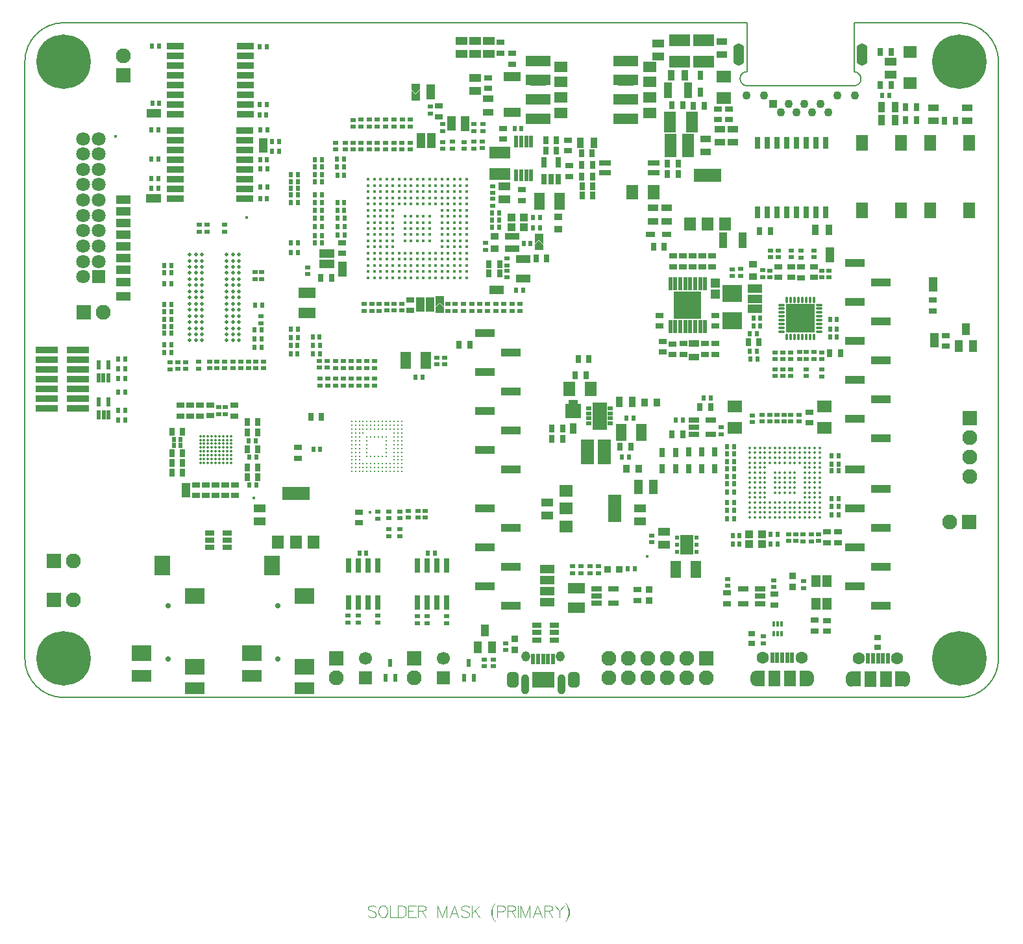
<source format=gts>
G04 Layer_Color=8388736*
%FSLAX43Y43*%
%MOMM*%
G71*
G01*
G75*
%ADD61C,0.400*%
%ADD80R,1.900X3.600*%
%ADD88C,0.127*%
%ADD98C,0.102*%
%ADD116C,1.700*%
%ADD117R,1.700X1.700*%
%ADD120C,1.600*%
%ADD121C,0.500*%
%ADD155R,3.251X1.372*%
%ADD156R,1.270X1.270*%
%ADD157R,0.660X0.610*%
%ADD158R,0.800X0.610*%
%ADD159R,0.610X0.660*%
%ADD160R,0.610X0.800*%
%ADD161R,0.740X0.990*%
%ADD162R,0.990X0.740*%
%ADD163R,0.350X0.700*%
%ADD164R,0.900X0.650*%
%ADD165R,0.500X1.450*%
%ADD166R,1.600X2.000*%
%ADD167R,0.640X1.160*%
%ADD168R,1.400X0.700*%
%ADD169R,2.130X1.370*%
%ADD170R,2.600X2.250*%
%ADD171R,1.500X2.700*%
%ADD172R,2.700X1.500*%
%ADD173R,0.740X1.100*%
%ADD174R,0.700X1.400*%
%ADD175R,1.100X0.740*%
%ADD176R,0.950X1.400*%
%ADD177R,1.400X2.200*%
%ADD178R,1.900X0.900*%
%ADD179R,1.050X0.900*%
%ADD180R,1.100X1.100*%
%ADD181R,1.500X1.000*%
%ADD182R,2.170X1.300*%
%ADD183R,1.880X1.500*%
%ADD184R,1.400X0.950*%
%ADD185R,1.620X3.150*%
%ADD186R,1.740X1.500*%
%ADD187O,0.850X0.400*%
%ADD188O,0.400X0.850*%
%ADD189R,3.800X3.800*%
%ADD190R,3.600X3.600*%
%ADD191R,0.500X1.750*%
%ADD192R,1.160X0.640*%
%ADD193R,1.100X2.000*%
%ADD194R,1.600X1.750*%
%ADD195R,3.600X1.750*%
%ADD196R,1.500X1.880*%
%ADD197R,1.900X1.100*%
%ADD198C,0.330*%
%ADD199R,1.730X1.320*%
%ADD200R,1.620X0.710*%
%ADD201R,0.900X0.900*%
%ADD202R,0.900X0.900*%
%ADD203R,0.550X1.550*%
%ADD204R,2.200X0.900*%
%ADD205R,0.800X1.850*%
%ADD206R,2.200X1.400*%
%ADD207R,1.300X0.700*%
%ADD208C,0.350*%
%ADD209R,2.600X1.600*%
%ADD210R,2.100X2.600*%
%ADD211R,2.600X2.100*%
%ADD212R,2.890X0.840*%
%ADD213R,0.500X1.450*%
%ADD214R,3.000X2.000*%
%ADD215R,0.500X1.300*%
%ADD216R,2.513X1.116*%
%ADD217R,1.750X1.600*%
%ADD218R,1.750X3.600*%
%ADD219R,1.100X1.500*%
%ADD220R,0.600X0.550*%
%ADD221R,1.800X2.600*%
%ADD222R,0.850X1.480*%
%ADD223R,1.200X2.420*%
%ADD224R,0.700X0.500*%
%ADD225R,0.900X1.050*%
%ADD226R,1.800X3.200*%
%ADD227R,1.200X1.600*%
%ADD228R,1.600X2.000*%
%ADD229R,0.740X1.500*%
%ADD230R,0.600X1.050*%
%ADD231R,2.130X1.920*%
%ADD232O,1.300X2.000*%
%ADD233C,0.100*%
%ADD234C,1.950*%
%ADD235R,1.950X1.950*%
%ADD236C,7.100*%
%ADD237C,1.800*%
%ADD238R,1.800X1.800*%
%ADD239R,1.950X1.950*%
%ADD240C,0.700*%
%ADD241O,1.150X1.350*%
%ADD242O,1.050X2.625*%
G04:AMPARAMS|DCode=243|XSize=2mm|YSize=1.475mm|CornerRadius=0.394mm|HoleSize=0mm|Usage=FLASHONLY|Rotation=90.000|XOffset=0mm|YOffset=0mm|HoleType=Round|Shape=RoundedRectangle|*
%AMROUNDEDRECTD243*
21,1,2.000,0.688,0,0,90.0*
21,1,1.212,1.475,0,0,90.0*
1,1,0.787,0.344,0.606*
1,1,0.787,0.344,-0.606*
1,1,0.787,-0.344,-0.606*
1,1,0.787,-0.344,0.606*
%
%ADD243ROUNDEDRECTD243*%
%ADD244O,1.400X2.900*%
%ADD245C,1.100*%
G36*
X53395Y50325D02*
X52295D01*
Y52225D01*
X53395D01*
Y50325D01*
D02*
G37*
G36*
X54686Y50983D02*
X54136Y51533D01*
Y51533D01*
X53586Y50983D01*
Y52333D01*
X54686D01*
Y50983D01*
D02*
G37*
G36*
X52090Y50305D02*
X50990D01*
Y52205D01*
X52090D01*
Y50305D01*
D02*
G37*
G36*
X96163Y50115D02*
X94263D01*
Y51215D01*
X96163D01*
Y50115D01*
D02*
G37*
G36*
X54686Y50883D02*
Y50183D01*
X53586D01*
Y50883D01*
X54136Y51433D01*
X54686Y50883D01*
D02*
G37*
G36*
X96163Y51454D02*
X94263D01*
Y52554D01*
X96163D01*
Y51454D01*
D02*
G37*
G36*
X119015Y52941D02*
X117915D01*
Y54841D01*
X119015D01*
Y52941D01*
D02*
G37*
G36*
X13802Y53654D02*
X11902D01*
Y54754D01*
X13802D01*
Y53654D01*
D02*
G37*
G36*
X96164Y52787D02*
X94264D01*
Y53887D01*
X96164D01*
Y52787D01*
D02*
G37*
G36*
X13802Y51749D02*
X11902D01*
Y52849D01*
X13802D01*
Y51749D01*
D02*
G37*
G36*
X62487Y52635D02*
X60587D01*
Y53735D01*
X62487D01*
Y52635D01*
D02*
G37*
G36*
X119168Y45653D02*
X118068D01*
Y47553D01*
X119168D01*
Y45653D01*
D02*
G37*
G36*
X102282Y1470D02*
X101032D01*
Y3470D01*
X102282D01*
Y1470D01*
D02*
G37*
G36*
X69078Y11896D02*
X67178D01*
Y12996D01*
X69078D01*
Y11896D01*
D02*
G37*
G36*
X96532Y1470D02*
X95282D01*
Y3470D01*
X96532D01*
Y1470D01*
D02*
G37*
G36*
X109038Y1431D02*
X107788D01*
Y3431D01*
X109038D01*
Y1431D01*
D02*
G37*
G36*
X114788D02*
X113538D01*
Y3431D01*
X114788D01*
Y1431D01*
D02*
G37*
G36*
X69078Y13310D02*
X67178D01*
Y14410D01*
X69078D01*
Y13310D01*
D02*
G37*
G36*
X80608Y26505D02*
X79508D01*
Y28405D01*
X80608D01*
Y26505D01*
D02*
G37*
G36*
X82486D02*
X81386D01*
Y28405D01*
X82486D01*
Y26505D01*
D02*
G37*
G36*
X21555Y26100D02*
X20455D01*
Y28000D01*
X21555D01*
Y26100D01*
D02*
G37*
G36*
X69097Y14743D02*
X67197D01*
Y15843D01*
X69097D01*
Y14743D01*
D02*
G37*
G36*
Y16163D02*
X67197D01*
Y17263D01*
X69097D01*
Y16163D01*
D02*
G37*
G36*
X53610Y71668D02*
X52510D01*
Y73568D01*
X53610D01*
Y71668D01*
D02*
G37*
G36*
X52185Y71691D02*
X51085D01*
Y73591D01*
X52185D01*
Y71691D01*
D02*
G37*
G36*
X31665Y71059D02*
X30565D01*
Y72959D01*
X31665D01*
Y71059D01*
D02*
G37*
G36*
X13778Y64392D02*
X11878D01*
Y65492D01*
X13778D01*
Y64392D01*
D02*
G37*
G36*
X17736Y64522D02*
X15836D01*
Y65622D01*
X17736D01*
Y64522D01*
D02*
G37*
G36*
X58002Y73901D02*
X56902D01*
Y75801D01*
X58002D01*
Y73901D01*
D02*
G37*
G36*
X51502Y77868D02*
X50402D01*
Y79218D01*
X50952Y78668D01*
Y78668D01*
X51502Y79218D01*
Y77868D01*
D02*
G37*
G36*
Y79318D02*
X50952Y78768D01*
X50402Y79318D01*
Y80018D01*
X51502D01*
Y79318D01*
D02*
G37*
G36*
X53522Y78051D02*
X52422D01*
Y79951D01*
X53522D01*
Y78051D01*
D02*
G37*
G36*
X56168Y73911D02*
X55068D01*
Y75811D01*
X56168D01*
Y73911D01*
D02*
G37*
G36*
X17765Y75642D02*
X15865D01*
Y76742D01*
X17765D01*
Y75642D01*
D02*
G37*
G36*
X13778Y62868D02*
X11878D01*
Y63968D01*
X13778D01*
Y62868D01*
D02*
G37*
G36*
Y56772D02*
X11878D01*
Y57872D01*
X13778D01*
Y56772D01*
D02*
G37*
G36*
X105533Y56799D02*
X104433D01*
Y58699D01*
X105533D01*
Y56799D01*
D02*
G37*
G36*
X40346Y55965D02*
X38446D01*
Y57065D01*
X40346D01*
Y55965D01*
D02*
G37*
G36*
X41949Y54903D02*
X40849D01*
Y56803D01*
X41949D01*
Y54903D01*
D02*
G37*
G36*
X13777Y55228D02*
X11877D01*
Y56328D01*
X13777D01*
Y55228D01*
D02*
G37*
G36*
X40344Y57379D02*
X38444D01*
Y58479D01*
X40344D01*
Y57379D01*
D02*
G37*
G36*
X13778Y59820D02*
X11878D01*
Y60920D01*
X13778D01*
Y59820D01*
D02*
G37*
G36*
Y61344D02*
X11878D01*
Y62444D01*
X13778D01*
Y61344D01*
D02*
G37*
G36*
X67608Y59150D02*
X67058Y59700D01*
Y59700D01*
X66508Y59150D01*
Y60500D01*
X67608D01*
Y59150D01*
D02*
G37*
G36*
X13778Y58296D02*
X11878D01*
Y59396D01*
X13778D01*
Y58296D01*
D02*
G37*
G36*
X67608Y59050D02*
Y58350D01*
X66508D01*
Y59050D01*
X67058Y59600D01*
X67608Y59050D01*
D02*
G37*
D61*
X81150Y18412D02*
D03*
X11811Y73197D02*
D03*
X29845Y26009D02*
D03*
X44998Y24198D02*
D03*
X47193Y66756D02*
D03*
X48793D02*
D03*
X50393D02*
D03*
X51993D02*
D03*
X53593D02*
D03*
X54393D02*
D03*
X55193D02*
D03*
X55993D02*
D03*
X56793D02*
D03*
X57593D02*
D03*
X46393Y67556D02*
D03*
X47193D02*
D03*
X47993D02*
D03*
X48793D02*
D03*
X49593D02*
D03*
X50393D02*
D03*
X51193D02*
D03*
X52793D02*
D03*
X53593D02*
D03*
X54393D02*
D03*
X55193D02*
D03*
X55993D02*
D03*
X56793D02*
D03*
X57593D02*
D03*
X51993D02*
D03*
X52793Y66756D02*
D03*
X51193D02*
D03*
X49593D02*
D03*
X47993D02*
D03*
X46393D02*
D03*
X44793D02*
D03*
X45593Y67556D02*
D03*
X44793D02*
D03*
X45593Y66756D02*
D03*
Y65956D02*
D03*
X44793Y65156D02*
D03*
X45593D02*
D03*
Y64356D02*
D03*
X44793Y63556D02*
D03*
X45593D02*
D03*
Y62756D02*
D03*
X44793Y61956D02*
D03*
X45593D02*
D03*
Y61156D02*
D03*
X44793Y60356D02*
D03*
X45593Y59556D02*
D03*
X44793Y58756D02*
D03*
X45593D02*
D03*
X44793Y57956D02*
D03*
X45593D02*
D03*
X44793Y57156D02*
D03*
X45593D02*
D03*
X44793Y56356D02*
D03*
X45593D02*
D03*
X44793Y55556D02*
D03*
X45593D02*
D03*
X44793Y54756D02*
D03*
X45593D02*
D03*
X44793Y59556D02*
D03*
X45593Y60356D02*
D03*
X44793Y61156D02*
D03*
Y62756D02*
D03*
Y64356D02*
D03*
Y65956D02*
D03*
X46393D02*
D03*
X47993D02*
D03*
X49593D02*
D03*
X51193D02*
D03*
X52793D02*
D03*
X46393Y64356D02*
D03*
X51993Y65156D02*
D03*
X52793Y64356D02*
D03*
X46393Y62756D02*
D03*
X52793D02*
D03*
X51993Y61956D02*
D03*
X46393Y61156D02*
D03*
X52793D02*
D03*
X47193Y60356D02*
D03*
X50393D02*
D03*
X51993D02*
D03*
X46393Y59556D02*
D03*
X47993D02*
D03*
X49593D02*
D03*
X51193D02*
D03*
X52793D02*
D03*
X57593Y54756D02*
D03*
X56793D02*
D03*
X55993D02*
D03*
X55193D02*
D03*
X54393D02*
D03*
X53593D02*
D03*
X52793D02*
D03*
X51993D02*
D03*
X51193D02*
D03*
X50393D02*
D03*
X49593D02*
D03*
X48793D02*
D03*
X47993D02*
D03*
X47193D02*
D03*
X46393D02*
D03*
X57593Y55556D02*
D03*
X56793D02*
D03*
X55993D02*
D03*
X55193D02*
D03*
X54393D02*
D03*
X53593D02*
D03*
X52793D02*
D03*
X51993D02*
D03*
X51193D02*
D03*
X50393D02*
D03*
X49593D02*
D03*
X48793D02*
D03*
X47993D02*
D03*
X47193D02*
D03*
X46393D02*
D03*
X57593Y56356D02*
D03*
X56793D02*
D03*
X55993D02*
D03*
X55193D02*
D03*
X54393D02*
D03*
X53593D02*
D03*
X52793D02*
D03*
X51993D02*
D03*
X51193D02*
D03*
X50393D02*
D03*
X49593D02*
D03*
X48793D02*
D03*
X47993D02*
D03*
X47193D02*
D03*
X46393D02*
D03*
X57593Y57156D02*
D03*
X56793D02*
D03*
X55993D02*
D03*
X55193D02*
D03*
X54393D02*
D03*
X53593D02*
D03*
X52793D02*
D03*
X51993D02*
D03*
X51193D02*
D03*
X50393D02*
D03*
X49593D02*
D03*
X48793D02*
D03*
X47993D02*
D03*
X47193D02*
D03*
X46393D02*
D03*
X57593Y57956D02*
D03*
X56793D02*
D03*
X55993D02*
D03*
X55193D02*
D03*
X54393D02*
D03*
X53593D02*
D03*
X52793D02*
D03*
X51993D02*
D03*
X51193D02*
D03*
X50393D02*
D03*
X49593D02*
D03*
X48793D02*
D03*
X47993D02*
D03*
X47193D02*
D03*
X46393D02*
D03*
X57593Y58756D02*
D03*
X56793D02*
D03*
X55993D02*
D03*
X55193D02*
D03*
X54393D02*
D03*
X47993D02*
D03*
X47193D02*
D03*
X46393D02*
D03*
X57593Y59556D02*
D03*
X56793D02*
D03*
X55993D02*
D03*
X55193D02*
D03*
X54393D02*
D03*
X51993D02*
D03*
X50393D02*
D03*
X47193D02*
D03*
X57593Y60356D02*
D03*
X56793D02*
D03*
X55993D02*
D03*
X55193D02*
D03*
X54393D02*
D03*
X52793D02*
D03*
X51193D02*
D03*
X49593D02*
D03*
X47993D02*
D03*
X46393D02*
D03*
X57593Y61156D02*
D03*
X56793D02*
D03*
X55993D02*
D03*
X55193D02*
D03*
X54393D02*
D03*
X51993D02*
D03*
X51193D02*
D03*
X50393D02*
D03*
X49593D02*
D03*
X47993D02*
D03*
X47193D02*
D03*
X57593Y61956D02*
D03*
X56793D02*
D03*
X55993D02*
D03*
X55193D02*
D03*
X54393D02*
D03*
X52793D02*
D03*
X51193D02*
D03*
X50393D02*
D03*
X49593D02*
D03*
X47993D02*
D03*
X47193D02*
D03*
X46393D02*
D03*
X57593Y62756D02*
D03*
X56793D02*
D03*
X55993D02*
D03*
X55193D02*
D03*
X54393D02*
D03*
X51993D02*
D03*
X51193D02*
D03*
X50393D02*
D03*
X49593D02*
D03*
X47993D02*
D03*
X47193D02*
D03*
X57593Y63556D02*
D03*
X56793D02*
D03*
X55993D02*
D03*
X55193D02*
D03*
X54393D02*
D03*
X47993D02*
D03*
X47193D02*
D03*
X46393D02*
D03*
X57593Y64356D02*
D03*
X56793D02*
D03*
X55993D02*
D03*
X55193D02*
D03*
X54393D02*
D03*
X53593D02*
D03*
X51993D02*
D03*
X51193D02*
D03*
X50393D02*
D03*
X49593D02*
D03*
X48793D02*
D03*
X47993D02*
D03*
X47193D02*
D03*
X57593Y65156D02*
D03*
X56793D02*
D03*
X55993D02*
D03*
X55193D02*
D03*
X54393D02*
D03*
X53593D02*
D03*
X52793D02*
D03*
X51193D02*
D03*
X50393D02*
D03*
X49593D02*
D03*
X48793D02*
D03*
X47993D02*
D03*
X47193D02*
D03*
X46393D02*
D03*
X57593Y65956D02*
D03*
X56793D02*
D03*
X55993D02*
D03*
X55193D02*
D03*
X54393D02*
D03*
X53593D02*
D03*
X51993D02*
D03*
X50393D02*
D03*
X48793D02*
D03*
X47193D02*
D03*
X28956Y62601D02*
D03*
D80*
X74975Y36733D02*
D03*
D88*
X0Y5080D02*
G03*
X5080Y-0I5080J0D01*
G01*
X121920D02*
G03*
X127000Y5080I0J5080D01*
G01*
X127000Y82920D02*
G03*
X121920Y88000I-5080J0D01*
G01*
X5080Y88000D02*
G03*
X0Y82920I-0J-5080D01*
G01*
X109060Y80620D02*
G03*
X108192Y81610I-929J61D01*
G01*
X108161Y79781D02*
G03*
X109060Y80620I30J869D01*
G01*
X94186Y81611D02*
G03*
X93287Y80772I-30J-869D01*
G01*
Y80772D02*
G03*
X94155Y79781I929J-61D01*
G01*
X15900Y-0D02*
X121920D01*
X5080D02*
X15900D01*
X127000Y5080D02*
Y82920D01*
X108192Y88000D02*
X121920D01*
X94155Y79781D02*
X108160D01*
X94186Y81611D02*
Y88000D01*
X108192Y81610D02*
Y88005D01*
X5080Y88000D02*
X94186D01*
X0Y5080D02*
Y82920D01*
D98*
X45804Y-27345D02*
X45658Y-27200D01*
X45441Y-27128D01*
X45151D01*
X44933Y-27200D01*
X44788Y-27345D01*
Y-27490D01*
X44860Y-27635D01*
X44933Y-27708D01*
X45078Y-27781D01*
X45513Y-27926D01*
X45658Y-27998D01*
X45731Y-28071D01*
X45804Y-28216D01*
Y-28434D01*
X45658Y-28579D01*
X45441Y-28651D01*
X45151D01*
X44933Y-28579D01*
X44788Y-28434D01*
X46580Y-27128D02*
X46435Y-27200D01*
X46290Y-27345D01*
X46217Y-27490D01*
X46145Y-27708D01*
Y-28071D01*
X46217Y-28288D01*
X46290Y-28434D01*
X46435Y-28579D01*
X46580Y-28651D01*
X46870D01*
X47015Y-28579D01*
X47160Y-28434D01*
X47233Y-28288D01*
X47305Y-28071D01*
Y-27708D01*
X47233Y-27490D01*
X47160Y-27345D01*
X47015Y-27200D01*
X46870Y-27128D01*
X46580D01*
X47661D02*
Y-28651D01*
X48532D01*
X48699Y-27128D02*
Y-28651D01*
Y-27128D02*
X49206D01*
X49424Y-27200D01*
X49569Y-27345D01*
X49642Y-27490D01*
X49714Y-27708D01*
Y-28071D01*
X49642Y-28288D01*
X49569Y-28434D01*
X49424Y-28579D01*
X49206Y-28651D01*
X48699D01*
X50999Y-27128D02*
X50055D01*
Y-28651D01*
X50999D01*
X50055Y-27853D02*
X50636D01*
X51253Y-27128D02*
Y-28651D01*
Y-27128D02*
X51906D01*
X52123Y-27200D01*
X52196Y-27273D01*
X52268Y-27418D01*
Y-27563D01*
X52196Y-27708D01*
X52123Y-27781D01*
X51906Y-27853D01*
X51253D01*
X51760D02*
X52268Y-28651D01*
X53806Y-27128D02*
Y-28651D01*
Y-27128D02*
X54387Y-28651D01*
X54967Y-27128D02*
X54387Y-28651D01*
X54967Y-27128D02*
Y-28651D01*
X56564D02*
X55983Y-27128D01*
X55403Y-28651D01*
X55620Y-28143D02*
X56346D01*
X57935Y-27345D02*
X57790Y-27200D01*
X57572Y-27128D01*
X57282D01*
X57064Y-27200D01*
X56919Y-27345D01*
Y-27490D01*
X56992Y-27635D01*
X57064Y-27708D01*
X57209Y-27781D01*
X57645Y-27926D01*
X57790Y-27998D01*
X57862Y-28071D01*
X57935Y-28216D01*
Y-28434D01*
X57790Y-28579D01*
X57572Y-28651D01*
X57282D01*
X57064Y-28579D01*
X56919Y-28434D01*
X58276Y-27128D02*
Y-28651D01*
X59292Y-27128D02*
X58276Y-28143D01*
X58639Y-27781D02*
X59292Y-28651D01*
X61338Y-26837D02*
X61193Y-26982D01*
X61048Y-27200D01*
X60902Y-27490D01*
X60830Y-27853D01*
Y-28143D01*
X60902Y-28506D01*
X61048Y-28796D01*
X61193Y-29014D01*
X61338Y-29159D01*
X61193Y-26982D02*
X61048Y-27273D01*
X60975Y-27490D01*
X60902Y-27853D01*
Y-28143D01*
X60975Y-28506D01*
X61048Y-28724D01*
X61193Y-29014D01*
X61628Y-27926D02*
X62281D01*
X62499Y-27853D01*
X62571Y-27781D01*
X62644Y-27635D01*
Y-27418D01*
X62571Y-27273D01*
X62499Y-27200D01*
X62281Y-27128D01*
X61628D01*
Y-28651D01*
X62985Y-27128D02*
Y-28651D01*
Y-27128D02*
X63638D01*
X63855Y-27200D01*
X63928Y-27273D01*
X64001Y-27418D01*
Y-27563D01*
X63928Y-27708D01*
X63855Y-27781D01*
X63638Y-27853D01*
X62985D01*
X63493D02*
X64001Y-28651D01*
X64342Y-27128D02*
Y-28651D01*
X64661Y-27128D02*
Y-28651D01*
Y-27128D02*
X65241Y-28651D01*
X65822Y-27128D02*
X65241Y-28651D01*
X65822Y-27128D02*
Y-28651D01*
X67418D02*
X66838Y-27128D01*
X66257Y-28651D01*
X66475Y-28143D02*
X67200D01*
X67773Y-27128D02*
Y-28651D01*
Y-27128D02*
X68426D01*
X68644Y-27200D01*
X68717Y-27273D01*
X68789Y-27418D01*
Y-27563D01*
X68717Y-27708D01*
X68644Y-27781D01*
X68426Y-27853D01*
X67773D01*
X68281D02*
X68789Y-28651D01*
X69130Y-27128D02*
X69711Y-27853D01*
Y-28651D01*
X70291Y-27128D02*
X69711Y-27853D01*
X70487Y-26837D02*
X70632Y-26982D01*
X70777Y-27200D01*
X70922Y-27490D01*
X70995Y-27853D01*
Y-28143D01*
X70922Y-28506D01*
X70777Y-28796D01*
X70632Y-29014D01*
X70487Y-29159D01*
X70632Y-26982D02*
X70777Y-27273D01*
X70850Y-27490D01*
X70922Y-27853D01*
Y-28143D01*
X70850Y-28506D01*
X70777Y-28724D01*
X70632Y-29014D01*
X45804Y-27345D02*
X45658Y-27200D01*
X45441Y-27128D01*
X45151D01*
X44933Y-27200D01*
X44788Y-27345D01*
Y-27490D01*
X44860Y-27635D01*
X44933Y-27708D01*
X45078Y-27781D01*
X45513Y-27926D01*
X45658Y-27998D01*
X45731Y-28071D01*
X45804Y-28216D01*
Y-28434D01*
X45658Y-28579D01*
X45441Y-28651D01*
X45151D01*
X44933Y-28579D01*
X44788Y-28434D01*
X46580Y-27128D02*
X46435Y-27200D01*
X46290Y-27345D01*
X46217Y-27490D01*
X46145Y-27708D01*
Y-28071D01*
X46217Y-28288D01*
X46290Y-28434D01*
X46435Y-28579D01*
X46580Y-28651D01*
X46870D01*
X47015Y-28579D01*
X47160Y-28434D01*
X47233Y-28288D01*
X47305Y-28071D01*
Y-27708D01*
X47233Y-27490D01*
X47160Y-27345D01*
X47015Y-27200D01*
X46870Y-27128D01*
X46580D01*
X47661D02*
Y-28651D01*
X48532D01*
X48699Y-27128D02*
Y-28651D01*
Y-27128D02*
X49206D01*
X49424Y-27200D01*
X49569Y-27345D01*
X49642Y-27490D01*
X49714Y-27708D01*
Y-28071D01*
X49642Y-28288D01*
X49569Y-28434D01*
X49424Y-28579D01*
X49206Y-28651D01*
X48699D01*
X50999Y-27128D02*
X50055D01*
Y-28651D01*
X50999D01*
X50055Y-27853D02*
X50636D01*
X51253Y-27128D02*
Y-28651D01*
Y-27128D02*
X51906D01*
X52123Y-27200D01*
X52196Y-27273D01*
X52268Y-27418D01*
Y-27563D01*
X52196Y-27708D01*
X52123Y-27781D01*
X51906Y-27853D01*
X51253D01*
X51760D02*
X52268Y-28651D01*
X53806Y-27128D02*
Y-28651D01*
Y-27128D02*
X54387Y-28651D01*
X54967Y-27128D02*
X54387Y-28651D01*
X54967Y-27128D02*
Y-28651D01*
X56564D02*
X55983Y-27128D01*
X55403Y-28651D01*
X55620Y-28143D02*
X56346D01*
X57935Y-27345D02*
X57790Y-27200D01*
X57572Y-27128D01*
X57282D01*
X57064Y-27200D01*
X56919Y-27345D01*
Y-27490D01*
X56992Y-27635D01*
X57064Y-27708D01*
X57209Y-27781D01*
X57645Y-27926D01*
X57790Y-27998D01*
X57862Y-28071D01*
X57935Y-28216D01*
Y-28434D01*
X57790Y-28579D01*
X57572Y-28651D01*
X57282D01*
X57064Y-28579D01*
X56919Y-28434D01*
X58276Y-27128D02*
Y-28651D01*
X59292Y-27128D02*
X58276Y-28143D01*
X58639Y-27781D02*
X59292Y-28651D01*
X61338Y-26837D02*
X61193Y-26982D01*
X61048Y-27200D01*
X60902Y-27490D01*
X60830Y-27853D01*
Y-28143D01*
X60902Y-28506D01*
X61048Y-28796D01*
X61193Y-29014D01*
X61338Y-29159D01*
X61193Y-26982D02*
X61048Y-27273D01*
X60975Y-27490D01*
X60902Y-27853D01*
Y-28143D01*
X60975Y-28506D01*
X61048Y-28724D01*
X61193Y-29014D01*
X61628Y-27926D02*
X62281D01*
X62499Y-27853D01*
X62571Y-27781D01*
X62644Y-27635D01*
Y-27418D01*
X62571Y-27273D01*
X62499Y-27200D01*
X62281Y-27128D01*
X61628D01*
Y-28651D01*
X62985Y-27128D02*
Y-28651D01*
Y-27128D02*
X63638D01*
X63855Y-27200D01*
X63928Y-27273D01*
X64001Y-27418D01*
Y-27563D01*
X63928Y-27708D01*
X63855Y-27781D01*
X63638Y-27853D01*
X62985D01*
X63493D02*
X64001Y-28651D01*
X64342Y-27128D02*
Y-28651D01*
X64661Y-27128D02*
Y-28651D01*
Y-27128D02*
X65241Y-28651D01*
X65822Y-27128D02*
X65241Y-28651D01*
X65822Y-27128D02*
Y-28651D01*
X67418D02*
X66838Y-27128D01*
X66257Y-28651D01*
X66475Y-28143D02*
X67200D01*
X67773Y-27128D02*
Y-28651D01*
Y-27128D02*
X68426D01*
X68644Y-27200D01*
X68717Y-27273D01*
X68789Y-27418D01*
Y-27563D01*
X68717Y-27708D01*
X68644Y-27781D01*
X68426Y-27853D01*
X67773D01*
X68281D02*
X68789Y-28651D01*
X69130Y-27128D02*
X69711Y-27853D01*
Y-28651D01*
X70291Y-27128D02*
X69711Y-27853D01*
X70487Y-26837D02*
X70632Y-26982D01*
X70777Y-27200D01*
X70922Y-27490D01*
X70995Y-27853D01*
Y-28143D01*
X70922Y-28506D01*
X70777Y-28796D01*
X70632Y-29014D01*
X70487Y-29159D01*
X70632Y-26982D02*
X70777Y-27273D01*
X70850Y-27490D01*
X70922Y-27853D01*
Y-28143D01*
X70850Y-28506D01*
X70777Y-28724D01*
X70632Y-29014D01*
D116*
X44450Y5080D02*
D03*
X54610D02*
D03*
D117*
X44450Y2540D02*
D03*
X54610D02*
D03*
D120*
X108788Y5131D02*
D03*
X113788D02*
D03*
X96282Y5170D02*
D03*
X101282D02*
D03*
D121*
X21520Y57762D02*
D03*
X22320D02*
D03*
X23120D02*
D03*
X26320D02*
D03*
X27120D02*
D03*
X27920D02*
D03*
X21520Y56962D02*
D03*
X22320D02*
D03*
X23120D02*
D03*
X26320D02*
D03*
X27120D02*
D03*
X27920D02*
D03*
X21520Y56162D02*
D03*
X22320D02*
D03*
X23120D02*
D03*
X26320D02*
D03*
X27120D02*
D03*
X27920D02*
D03*
X21520Y55362D02*
D03*
X22320D02*
D03*
X23120D02*
D03*
X26320D02*
D03*
X27120D02*
D03*
X27920D02*
D03*
X21520Y54562D02*
D03*
X22320D02*
D03*
X23120D02*
D03*
X26320D02*
D03*
X27120D02*
D03*
X27920D02*
D03*
X21520Y53762D02*
D03*
X22320D02*
D03*
X23120D02*
D03*
X26320D02*
D03*
X27120D02*
D03*
X27920D02*
D03*
X21520Y52963D02*
D03*
X22320D02*
D03*
X23120D02*
D03*
X26320D02*
D03*
X27120D02*
D03*
X27920D02*
D03*
X21520Y52162D02*
D03*
X22320D02*
D03*
X23120D02*
D03*
X26320D02*
D03*
X27120D02*
D03*
X27920D02*
D03*
X21520Y51362D02*
D03*
X22320D02*
D03*
X23120D02*
D03*
X26320D02*
D03*
X27120D02*
D03*
X27920D02*
D03*
X21520Y50562D02*
D03*
X22320D02*
D03*
X23120D02*
D03*
X26320D02*
D03*
X27120D02*
D03*
X27920D02*
D03*
X21520Y49762D02*
D03*
X22320D02*
D03*
X23120D02*
D03*
X26320D02*
D03*
X27120D02*
D03*
X27920D02*
D03*
X21520Y48962D02*
D03*
X22320D02*
D03*
X23120D02*
D03*
X26320D02*
D03*
X27120D02*
D03*
X27920D02*
D03*
X21520Y48162D02*
D03*
X22320D02*
D03*
X23120D02*
D03*
X26320D02*
D03*
X27120D02*
D03*
X27920D02*
D03*
X21520Y47362D02*
D03*
X22320D02*
D03*
X23120D02*
D03*
X26320D02*
D03*
X27120D02*
D03*
X27920D02*
D03*
X21520Y46562D02*
D03*
X22320D02*
D03*
X23120D02*
D03*
X26320D02*
D03*
X27120D02*
D03*
X27920D02*
D03*
D155*
X78359Y83007D02*
D03*
Y80508D02*
D03*
Y78008D02*
D03*
Y75509D02*
D03*
X66929D02*
D03*
Y78008D02*
D03*
Y80508D02*
D03*
Y83007D02*
D03*
D156*
X90043Y54037D02*
D03*
Y52637D02*
D03*
D157*
X55192Y51326D02*
D03*
Y50426D02*
D03*
X60987Y65047D02*
D03*
Y64147D02*
D03*
Y65790D02*
D03*
Y66690D02*
D03*
X100530Y20403D02*
D03*
Y21303D02*
D03*
X99641Y20405D02*
D03*
Y21305D02*
D03*
X101036Y45042D02*
D03*
Y44142D02*
D03*
X99923Y36881D02*
D03*
Y35981D02*
D03*
X99034Y36881D02*
D03*
Y35981D02*
D03*
X98120Y36878D02*
D03*
Y35978D02*
D03*
X96146Y35973D02*
D03*
Y36873D02*
D03*
X94924Y36797D02*
D03*
Y35897D02*
D03*
X96266Y54820D02*
D03*
Y55720D02*
D03*
X97231Y57393D02*
D03*
Y58293D02*
D03*
X103952Y54795D02*
D03*
Y55695D02*
D03*
X62907Y54795D02*
D03*
Y55695D02*
D03*
Y57262D02*
D03*
Y56362D02*
D03*
X81785Y20248D02*
D03*
Y21148D02*
D03*
X103515Y20403D02*
D03*
Y21303D02*
D03*
X22763Y61648D02*
D03*
Y60748D02*
D03*
X23779Y61648D02*
D03*
Y60748D02*
D03*
X26065Y61648D02*
D03*
Y60748D02*
D03*
X42164Y9786D02*
D03*
Y10686D02*
D03*
X51206Y9710D02*
D03*
Y10610D02*
D03*
X30058Y55471D02*
D03*
Y54571D02*
D03*
X30866Y55471D02*
D03*
Y54571D02*
D03*
X30756Y48820D02*
D03*
Y49720D02*
D03*
X22656Y42882D02*
D03*
Y43782D02*
D03*
X24109Y42918D02*
D03*
Y43818D02*
D03*
X52202Y23464D02*
D03*
Y24364D02*
D03*
X51300Y23464D02*
D03*
Y24364D02*
D03*
X25278Y36956D02*
D03*
Y37856D02*
D03*
X26167Y36956D02*
D03*
Y37856D02*
D03*
X96342Y7968D02*
D03*
Y7068D02*
D03*
X90802Y35245D02*
D03*
Y34345D02*
D03*
X52905Y77079D02*
D03*
Y76179D02*
D03*
X36906Y55216D02*
D03*
Y56116D02*
D03*
X60129Y58402D02*
D03*
Y59302D02*
D03*
D158*
X43558Y41595D02*
D03*
Y40695D02*
D03*
X38478Y41595D02*
D03*
Y40695D02*
D03*
X39494Y41595D02*
D03*
Y40695D02*
D03*
X42542Y41595D02*
D03*
Y40695D02*
D03*
X40510Y41595D02*
D03*
Y40695D02*
D03*
X44574Y41595D02*
D03*
Y40695D02*
D03*
X45590Y41595D02*
D03*
Y40695D02*
D03*
X41526Y41595D02*
D03*
Y40695D02*
D03*
X38450Y43027D02*
D03*
Y43927D02*
D03*
X39466Y43027D02*
D03*
Y43927D02*
D03*
X42542Y42981D02*
D03*
Y43881D02*
D03*
X40510Y42981D02*
D03*
Y43881D02*
D03*
X44574Y42981D02*
D03*
Y43881D02*
D03*
X45590Y42981D02*
D03*
Y43881D02*
D03*
X43558Y42981D02*
D03*
Y43881D02*
D03*
X41526Y42981D02*
D03*
Y43881D02*
D03*
X49148Y50453D02*
D03*
Y51353D02*
D03*
X101586Y15156D02*
D03*
Y14256D02*
D03*
X59712Y73893D02*
D03*
Y74793D02*
D03*
X58554Y73870D02*
D03*
Y74770D02*
D03*
X58544Y72481D02*
D03*
Y71581D02*
D03*
X57299Y71556D02*
D03*
Y72456D02*
D03*
X55742Y71599D02*
D03*
Y72499D02*
D03*
X54513Y72433D02*
D03*
Y71533D02*
D03*
X50248Y72365D02*
D03*
Y71465D02*
D03*
X49174Y72372D02*
D03*
Y71472D02*
D03*
X48127D02*
D03*
Y72372D02*
D03*
X47048Y71472D02*
D03*
Y72372D02*
D03*
X45981Y71472D02*
D03*
Y72372D02*
D03*
X44932Y71472D02*
D03*
Y72372D02*
D03*
X43873Y71472D02*
D03*
Y72372D02*
D03*
X42806D02*
D03*
Y71472D02*
D03*
X41783Y72370D02*
D03*
Y71470D02*
D03*
X40513Y71449D02*
D03*
Y72349D02*
D03*
X50248Y75344D02*
D03*
Y74444D02*
D03*
X49248Y74452D02*
D03*
Y75352D02*
D03*
X48143Y74464D02*
D03*
Y75364D02*
D03*
X47015Y74464D02*
D03*
Y75364D02*
D03*
X45974Y74454D02*
D03*
Y75354D02*
D03*
X44963Y74454D02*
D03*
Y75354D02*
D03*
X43873Y74444D02*
D03*
Y75344D02*
D03*
X42799Y74419D02*
D03*
Y75319D02*
D03*
X102565Y21252D02*
D03*
Y20352D02*
D03*
X101523Y21252D02*
D03*
Y20352D02*
D03*
X103954Y42779D02*
D03*
Y41879D02*
D03*
X101922Y42814D02*
D03*
Y41914D02*
D03*
X103954Y44116D02*
D03*
Y45016D02*
D03*
X102938Y44180D02*
D03*
Y45080D02*
D03*
X101922Y44180D02*
D03*
Y45080D02*
D03*
X99890Y44116D02*
D03*
Y45016D02*
D03*
Y42814D02*
D03*
Y41914D02*
D03*
X98874Y42814D02*
D03*
Y41914D02*
D03*
Y44116D02*
D03*
Y45016D02*
D03*
X97858Y42814D02*
D03*
Y41914D02*
D03*
Y44116D02*
D03*
Y45016D02*
D03*
X101015Y36878D02*
D03*
Y35978D02*
D03*
X97137Y35973D02*
D03*
Y36873D02*
D03*
X97193Y55695D02*
D03*
Y54795D02*
D03*
X98247Y57393D02*
D03*
Y58293D02*
D03*
X100007Y57393D02*
D03*
Y58293D02*
D03*
X101236Y57390D02*
D03*
Y58290D02*
D03*
X102920Y57393D02*
D03*
Y58293D02*
D03*
X104902Y55695D02*
D03*
Y54795D02*
D03*
X92278Y55867D02*
D03*
Y54967D02*
D03*
X93396Y55898D02*
D03*
Y54998D02*
D03*
X58272Y51344D02*
D03*
Y50444D02*
D03*
X59319Y51344D02*
D03*
Y50444D02*
D03*
X60330Y51344D02*
D03*
Y50444D02*
D03*
X61412Y51344D02*
D03*
Y50444D02*
D03*
X62433Y51344D02*
D03*
Y50444D02*
D03*
X63520Y51344D02*
D03*
Y50444D02*
D03*
X64538Y51344D02*
D03*
Y50444D02*
D03*
X57210Y51344D02*
D03*
Y50444D02*
D03*
X56134D02*
D03*
Y51344D02*
D03*
X48174Y50453D02*
D03*
Y51353D02*
D03*
X47201Y50453D02*
D03*
Y51353D02*
D03*
X46241Y50425D02*
D03*
Y51325D02*
D03*
X45235Y50425D02*
D03*
Y51325D02*
D03*
X44237Y50396D02*
D03*
Y51297D02*
D03*
X59664Y71635D02*
D03*
Y72535D02*
D03*
X54483Y73870D02*
D03*
Y74770D02*
D03*
X43467Y10687D02*
D03*
Y9787D02*
D03*
X46007Y10682D02*
D03*
Y9782D02*
D03*
X52468Y10606D02*
D03*
Y9706D02*
D03*
X55016Y10606D02*
D03*
Y9706D02*
D03*
X18948Y43706D02*
D03*
Y42806D02*
D03*
X19989Y43739D02*
D03*
Y42839D02*
D03*
X20980Y43757D02*
D03*
Y42857D02*
D03*
X25024Y43818D02*
D03*
Y42918D02*
D03*
X26060Y43818D02*
D03*
Y42918D02*
D03*
X27112Y43828D02*
D03*
Y42928D02*
D03*
X28145Y43828D02*
D03*
Y42928D02*
D03*
X29151Y43828D02*
D03*
Y42928D02*
D03*
X30142Y43828D02*
D03*
Y42928D02*
D03*
X31137Y43828D02*
D03*
Y42928D02*
D03*
X47470Y21033D02*
D03*
Y21933D02*
D03*
X48887Y21958D02*
D03*
Y21058D02*
D03*
X45994Y24242D02*
D03*
Y23342D02*
D03*
X47470Y24260D02*
D03*
Y23360D02*
D03*
X50030Y23464D02*
D03*
Y24364D02*
D03*
X48887Y23387D02*
D03*
Y24287D02*
D03*
X62713Y6179D02*
D03*
Y7079D02*
D03*
X61087Y4968D02*
D03*
Y4068D02*
D03*
X59893Y4968D02*
D03*
Y4068D02*
D03*
X71449Y17126D02*
D03*
Y16226D02*
D03*
X72567Y17126D02*
D03*
Y16226D02*
D03*
X73710D02*
D03*
Y17126D02*
D03*
X74853Y16226D02*
D03*
Y17126D02*
D03*
X91629Y14564D02*
D03*
Y15464D02*
D03*
X53756Y43423D02*
D03*
Y44323D02*
D03*
X54780Y44346D02*
D03*
Y43446D02*
D03*
X97714Y14409D02*
D03*
Y15309D02*
D03*
D159*
X97276Y20010D02*
D03*
X98176D02*
D03*
X29260Y27686D02*
D03*
X30160D02*
D03*
X20312Y32923D02*
D03*
X19412D02*
D03*
X20312Y33685D02*
D03*
X19412D02*
D03*
X92323Y21153D02*
D03*
X93223D02*
D03*
X67198Y61262D02*
D03*
X66298D02*
D03*
X38730Y70147D02*
D03*
X37830D02*
D03*
X34729Y66372D02*
D03*
X35629D02*
D03*
X34729Y65524D02*
D03*
X35629D02*
D03*
X34729Y67289D02*
D03*
X35629D02*
D03*
X37822Y59309D02*
D03*
X38722D02*
D03*
X38730Y69192D02*
D03*
X37830D02*
D03*
X38730Y68166D02*
D03*
X37830D02*
D03*
X38730Y64523D02*
D03*
X37830D02*
D03*
X34670Y44856D02*
D03*
X35570D02*
D03*
X34665Y45897D02*
D03*
X35565D02*
D03*
X34703Y48031D02*
D03*
X35603D02*
D03*
X34678Y46946D02*
D03*
X35578D02*
D03*
X38456Y46990D02*
D03*
X37556D02*
D03*
X38473Y44856D02*
D03*
X37573D02*
D03*
X38473Y45897D02*
D03*
X37573D02*
D03*
X91625Y23291D02*
D03*
X92525D02*
D03*
X106134Y29552D02*
D03*
X105234D02*
D03*
X106134Y30441D02*
D03*
X105234D02*
D03*
X18219Y48402D02*
D03*
X19119D02*
D03*
X18219Y45963D02*
D03*
X19119D02*
D03*
X29260Y31330D02*
D03*
X30160D02*
D03*
X18219Y56316D02*
D03*
X19119D02*
D03*
X18219Y55366D02*
D03*
X19119D02*
D03*
X18219Y53975D02*
D03*
X19119D02*
D03*
X44552Y18868D02*
D03*
X43652D02*
D03*
X53485Y18858D02*
D03*
X52585D02*
D03*
X31524Y77343D02*
D03*
X30624D02*
D03*
X34721Y59278D02*
D03*
X35621D02*
D03*
X34729Y58003D02*
D03*
X35629D02*
D03*
X34729Y64541D02*
D03*
X35629D02*
D03*
X31608Y66548D02*
D03*
X30708D02*
D03*
X18219Y51231D02*
D03*
X19119D02*
D03*
X37637Y32410D02*
D03*
X38537D02*
D03*
X50934Y41757D02*
D03*
X51834D02*
D03*
X88571Y39070D02*
D03*
X89471D02*
D03*
X84891Y36192D02*
D03*
X85791D02*
D03*
X94584Y47447D02*
D03*
X95484D02*
D03*
X78799Y31320D02*
D03*
X77899D02*
D03*
X91625Y31752D02*
D03*
X92525D02*
D03*
X91625Y32689D02*
D03*
X92525D02*
D03*
X91625Y26822D02*
D03*
X92525D02*
D03*
X91625Y30784D02*
D03*
X92525D02*
D03*
X91625Y29801D02*
D03*
X92525D02*
D03*
X91625Y28829D02*
D03*
X92525D02*
D03*
X91625Y27863D02*
D03*
X92525D02*
D03*
X65055Y59182D02*
D03*
X65955D02*
D03*
X38730Y65521D02*
D03*
X37830D02*
D03*
X34722Y68160D02*
D03*
X35622D02*
D03*
D160*
X97276Y21280D02*
D03*
X98176D02*
D03*
X105910Y49326D02*
D03*
X105010D02*
D03*
X105910Y48051D02*
D03*
X105010D02*
D03*
X105933Y47035D02*
D03*
X105033D02*
D03*
X19119Y44985D02*
D03*
X18219D02*
D03*
X92323Y20010D02*
D03*
X93223D02*
D03*
X60936Y63225D02*
D03*
X61836D02*
D03*
X106134Y25908D02*
D03*
X105234D02*
D03*
X105234Y24927D02*
D03*
X106134D02*
D03*
X66270Y62562D02*
D03*
X67170D02*
D03*
X63862Y74193D02*
D03*
X64762D02*
D03*
X105234Y31496D02*
D03*
X106134D02*
D03*
X106134Y23825D02*
D03*
X105234D02*
D03*
X112715Y78483D02*
D03*
X111815D02*
D03*
X64104Y53144D02*
D03*
X65004D02*
D03*
X29984Y45684D02*
D03*
X30884D02*
D03*
X29984Y47970D02*
D03*
X30884D02*
D03*
X38722Y67292D02*
D03*
X37822D02*
D03*
X38722Y63543D02*
D03*
X37822D02*
D03*
X37837Y61396D02*
D03*
X38737D02*
D03*
X37853Y62481D02*
D03*
X38753D02*
D03*
X38725Y60271D02*
D03*
X37825D02*
D03*
X12170Y37465D02*
D03*
X13070D02*
D03*
X91622Y25397D02*
D03*
X92522D02*
D03*
X91625Y24384D02*
D03*
X92525D02*
D03*
X18219Y50292D02*
D03*
X19119D02*
D03*
Y49293D02*
D03*
X18219D02*
D03*
X19119Y47487D02*
D03*
X18219D02*
D03*
X29984Y46751D02*
D03*
X30884D02*
D03*
X31565Y84909D02*
D03*
X30665D02*
D03*
X30076Y33474D02*
D03*
X29176D02*
D03*
X17518Y77462D02*
D03*
X16618D02*
D03*
X17391Y74033D02*
D03*
X16491D02*
D03*
X17391Y70223D02*
D03*
X16491D02*
D03*
X17391Y67683D02*
D03*
X16491D02*
D03*
X17391Y66413D02*
D03*
X16491D02*
D03*
X17493Y84963D02*
D03*
X16593D02*
D03*
X31488Y75938D02*
D03*
X30588D02*
D03*
X31615Y74033D02*
D03*
X30715D02*
D03*
X33139Y72509D02*
D03*
X32239D02*
D03*
X33139Y71239D02*
D03*
X32239D02*
D03*
X31585Y70101D02*
D03*
X30685D02*
D03*
X31608Y68961D02*
D03*
X30708D02*
D03*
X31595Y65074D02*
D03*
X30695D02*
D03*
X30968Y51145D02*
D03*
X30068D02*
D03*
X12189Y44170D02*
D03*
X13089D02*
D03*
X12189Y42900D02*
D03*
X13089D02*
D03*
X12189Y41630D02*
D03*
X13089D02*
D03*
X12194Y39809D02*
D03*
X13094D02*
D03*
X13089Y36207D02*
D03*
X12189D02*
D03*
X78620Y16764D02*
D03*
X79520D02*
D03*
X79355Y36443D02*
D03*
X78455D02*
D03*
X94632Y44132D02*
D03*
X95532D02*
D03*
X94573Y45148D02*
D03*
X95473D02*
D03*
X95916Y49479D02*
D03*
X95016D02*
D03*
Y48463D02*
D03*
X95916D02*
D03*
X41676Y60317D02*
D03*
X40776D02*
D03*
X40781Y61381D02*
D03*
X41681D02*
D03*
X40804Y62478D02*
D03*
X41704D02*
D03*
X41658Y63560D02*
D03*
X40758D02*
D03*
X41658Y64551D02*
D03*
X40758D02*
D03*
X41658Y68132D02*
D03*
X40758D02*
D03*
X41625Y69182D02*
D03*
X40725D02*
D03*
X41636Y70198D02*
D03*
X40736D02*
D03*
X61836Y62230D02*
D03*
X60936D02*
D03*
X60962Y61290D02*
D03*
X61862D02*
D03*
D161*
X20562Y29337D02*
D03*
X19162D02*
D03*
X20562Y30607D02*
D03*
X19162D02*
D03*
X20562Y31877D02*
D03*
X19162D02*
D03*
X20562Y34671D02*
D03*
X19162D02*
D03*
X74052Y67934D02*
D03*
X72652D02*
D03*
X72680Y66690D02*
D03*
X74080D02*
D03*
X72604Y70977D02*
D03*
X74004D02*
D03*
X121347Y75181D02*
D03*
X119947D02*
D03*
X114867Y75308D02*
D03*
X116267D02*
D03*
X114867Y76959D02*
D03*
X116267D02*
D03*
X111565Y79880D02*
D03*
X112965D02*
D03*
Y84198D02*
D03*
X111565D02*
D03*
X40019Y54754D02*
D03*
X38619D02*
D03*
X85205Y68249D02*
D03*
X83805D02*
D03*
X29010Y32346D02*
D03*
X30410D02*
D03*
X29010Y28742D02*
D03*
X30410D02*
D03*
X37298Y36576D02*
D03*
X38698D02*
D03*
X71794Y42029D02*
D03*
X73194D02*
D03*
X89470Y37843D02*
D03*
X88070D02*
D03*
X84387Y34287D02*
D03*
X85787D02*
D03*
X97225Y60797D02*
D03*
X95825D02*
D03*
X95772Y46357D02*
D03*
X94372D02*
D03*
X84415Y77213D02*
D03*
X85815D02*
D03*
X77626Y32677D02*
D03*
X79026D02*
D03*
X66686Y57250D02*
D03*
X68086D02*
D03*
D162*
X97739Y12076D02*
D03*
Y13476D02*
D03*
X71043Y69374D02*
D03*
Y67974D02*
D03*
X91818Y75370D02*
D03*
Y76770D02*
D03*
X106022Y21601D02*
D03*
Y20201D02*
D03*
X104625Y21601D02*
D03*
Y20201D02*
D03*
X102301Y35825D02*
D03*
Y37225D02*
D03*
X88734Y46160D02*
D03*
Y44760D02*
D03*
X85897Y44763D02*
D03*
Y46163D02*
D03*
X84503Y44712D02*
D03*
Y46112D02*
D03*
X83236Y45045D02*
D03*
Y46445D02*
D03*
X98247Y54768D02*
D03*
Y56168D02*
D03*
X100007Y54768D02*
D03*
Y56168D02*
D03*
X101236Y54766D02*
D03*
Y56166D02*
D03*
X102920Y54768D02*
D03*
Y56168D02*
D03*
X90040Y48446D02*
D03*
Y49846D02*
D03*
X89651Y56180D02*
D03*
Y57580D02*
D03*
X88381Y56180D02*
D03*
Y57580D02*
D03*
X87111Y56180D02*
D03*
Y57580D02*
D03*
X84518Y56196D02*
D03*
Y57596D02*
D03*
X50243Y50478D02*
D03*
Y51878D02*
D03*
X62357Y72833D02*
D03*
Y74233D02*
D03*
X62042Y84052D02*
D03*
Y85452D02*
D03*
X53972Y75751D02*
D03*
Y77151D02*
D03*
X60449Y80806D02*
D03*
Y79406D02*
D03*
X41384Y57905D02*
D03*
Y59305D02*
D03*
X90421Y75370D02*
D03*
Y76770D02*
D03*
X22334Y26323D02*
D03*
Y27723D02*
D03*
X23604Y26323D02*
D03*
Y27723D02*
D03*
X24874D02*
D03*
Y26323D02*
D03*
X26144Y27723D02*
D03*
Y26323D02*
D03*
X27414D02*
D03*
Y27723D02*
D03*
X43611Y24174D02*
D03*
Y22774D02*
D03*
X35585Y32602D02*
D03*
Y31202D02*
D03*
X20312Y36726D02*
D03*
Y38126D02*
D03*
X21582Y36726D02*
D03*
Y38126D02*
D03*
X22852Y36726D02*
D03*
Y38126D02*
D03*
X91592Y12256D02*
D03*
Y13656D02*
D03*
X118465Y51822D02*
D03*
Y50422D02*
D03*
D163*
X98222Y9616D02*
D03*
X98722D02*
D03*
Y8316D02*
D03*
X98222D02*
D03*
X97722D02*
D03*
Y9616D02*
D03*
D164*
X111201Y6538D02*
D03*
Y7788D02*
D03*
X94844Y8347D02*
D03*
Y7097D02*
D03*
D165*
X109988Y5131D02*
D03*
X110638D02*
D03*
X111288D02*
D03*
X111938D02*
D03*
X112588D02*
D03*
X97482Y5170D02*
D03*
X98132D02*
D03*
X98782D02*
D03*
X99432D02*
D03*
X100082D02*
D03*
D166*
X110288Y2431D02*
D03*
X112288D02*
D03*
X97782Y2470D02*
D03*
X99782D02*
D03*
D167*
X89960Y32007D02*
D03*
Y29867D02*
D03*
X88087Y81105D02*
D03*
Y78965D02*
D03*
X83153Y31982D02*
D03*
Y29842D02*
D03*
X88285Y31994D02*
D03*
Y29854D02*
D03*
X86589Y31994D02*
D03*
Y29854D02*
D03*
X84879Y31990D02*
D03*
Y29850D02*
D03*
D168*
X95933Y12260D02*
D03*
Y13210D02*
D03*
Y14160D02*
D03*
X93733D02*
D03*
Y12260D02*
D03*
X74541Y14183D02*
D03*
Y13233D02*
D03*
Y12283D02*
D03*
X76741D02*
D03*
Y14183D02*
D03*
X87241Y36205D02*
D03*
Y35255D02*
D03*
Y34305D02*
D03*
X89441D02*
D03*
Y36205D02*
D03*
D169*
X78364Y83005D02*
D03*
Y80505D02*
D03*
Y78005D02*
D03*
Y75505D02*
D03*
X66934Y83005D02*
D03*
Y80505D02*
D03*
Y78005D02*
D03*
Y75505D02*
D03*
D170*
X92253Y49152D02*
D03*
Y52702D02*
D03*
D171*
X86973Y75032D02*
D03*
X84173D02*
D03*
D172*
X85369Y85728D02*
D03*
Y82928D02*
D03*
X88516Y85725D02*
D03*
Y82925D02*
D03*
X61950Y71105D02*
D03*
Y68305D02*
D03*
D173*
X72652Y69430D02*
D03*
X74052D02*
D03*
X67953Y71335D02*
D03*
X69353D02*
D03*
Y72636D02*
D03*
X67953D02*
D03*
X72680Y65450D02*
D03*
X74080D02*
D03*
X104971Y44884D02*
D03*
X106371D02*
D03*
X82002Y58801D02*
D03*
X83402D02*
D03*
X60514Y55277D02*
D03*
X61914D02*
D03*
X60511Y56537D02*
D03*
X61911D02*
D03*
X85231Y69596D02*
D03*
X83831D02*
D03*
X29010Y35902D02*
D03*
X30410D02*
D03*
X29010Y34607D02*
D03*
X30410D02*
D03*
X56653Y45999D02*
D03*
X58053D02*
D03*
X68766Y35114D02*
D03*
X70166D02*
D03*
X68766Y33745D02*
D03*
X70166D02*
D03*
X72162Y44117D02*
D03*
X73562D02*
D03*
X87184Y77191D02*
D03*
X88584D02*
D03*
X30410Y30012D02*
D03*
X29010D02*
D03*
D174*
X67703Y67591D02*
D03*
X68653D02*
D03*
X69603D02*
D03*
Y69791D02*
D03*
X67703D02*
D03*
D175*
X70840Y71314D02*
D03*
Y72714D02*
D03*
X64846Y64816D02*
D03*
Y66216D02*
D03*
X90032Y44760D02*
D03*
Y46160D02*
D03*
X90040Y54037D02*
D03*
Y52637D02*
D03*
X82801Y48446D02*
D03*
Y49846D02*
D03*
X85806Y56196D02*
D03*
Y57596D02*
D03*
X63601Y82612D02*
D03*
Y84012D02*
D03*
X79908Y14055D02*
D03*
Y12655D02*
D03*
X24188Y36739D02*
D03*
Y38139D02*
D03*
X27305Y36706D02*
D03*
Y38106D02*
D03*
X102989Y10073D02*
D03*
Y8673D02*
D03*
X104640Y10047D02*
D03*
Y8647D02*
D03*
X120139Y45797D02*
D03*
Y47197D02*
D03*
D176*
X74197Y72357D02*
D03*
X72447D02*
D03*
X86094Y81150D02*
D03*
X84344D02*
D03*
X113521Y75308D02*
D03*
X111771D02*
D03*
X113521Y76959D02*
D03*
X111771D02*
D03*
X79261Y38549D02*
D03*
X77511D02*
D03*
X103138Y60967D02*
D03*
X104888D02*
D03*
D177*
X69727Y64744D02*
D03*
X67127D02*
D03*
X87492Y16748D02*
D03*
X84892D02*
D03*
X49700Y43997D02*
D03*
X52300D02*
D03*
X80413Y34604D02*
D03*
X77813D02*
D03*
D178*
X63578Y60106D02*
D03*
Y58506D02*
D03*
D179*
X61239Y58509D02*
D03*
Y60109D02*
D03*
X69552Y62715D02*
D03*
Y61115D02*
D03*
X94996Y56492D02*
D03*
Y54892D02*
D03*
D180*
X65087Y61351D02*
D03*
X63437D02*
D03*
Y62601D02*
D03*
X65087D02*
D03*
X94488Y21270D02*
D03*
X96138D02*
D03*
Y20020D02*
D03*
X94488D02*
D03*
X97616Y77411D02*
D03*
D181*
X62534Y64961D02*
D03*
Y66661D02*
D03*
X82626Y85330D02*
D03*
Y83630D02*
D03*
X112900Y82889D02*
D03*
Y81189D02*
D03*
X60518Y85602D02*
D03*
Y83902D02*
D03*
X58740Y85602D02*
D03*
Y83902D02*
D03*
X56962Y85602D02*
D03*
Y83902D02*
D03*
X58740Y79142D02*
D03*
Y80842D02*
D03*
X30607Y22975D02*
D03*
Y24675D02*
D03*
X68097Y25412D02*
D03*
Y23712D02*
D03*
X83362Y21652D02*
D03*
Y19952D02*
D03*
X80264Y24701D02*
D03*
Y23001D02*
D03*
D182*
X63520Y76293D02*
D03*
Y80933D02*
D03*
D183*
X91186Y81003D02*
D03*
Y78203D02*
D03*
X104264Y35150D02*
D03*
Y37950D02*
D03*
X92583Y35150D02*
D03*
Y37950D02*
D03*
D184*
X90929Y83831D02*
D03*
Y85581D02*
D03*
X92379Y74154D02*
D03*
Y72404D02*
D03*
X90627Y74154D02*
D03*
Y72404D02*
D03*
X88773Y71134D02*
D03*
Y72884D02*
D03*
X87294Y44420D02*
D03*
Y46170D02*
D03*
X122933Y75195D02*
D03*
Y76945D02*
D03*
X118488Y75195D02*
D03*
Y76945D02*
D03*
X83693Y63867D02*
D03*
Y62117D02*
D03*
X81965Y62114D02*
D03*
Y63864D02*
D03*
X60449Y76310D02*
D03*
Y78060D02*
D03*
D185*
X86540Y71958D02*
D03*
X84250D02*
D03*
D186*
X115440Y80151D02*
D03*
Y84181D02*
D03*
D187*
X98720Y51211D02*
D03*
Y50711D02*
D03*
Y50211D02*
D03*
Y49711D02*
D03*
Y49211D02*
D03*
Y48711D02*
D03*
Y48211D02*
D03*
Y47711D02*
D03*
X103570D02*
D03*
Y48211D02*
D03*
Y48711D02*
D03*
Y49211D02*
D03*
Y49711D02*
D03*
Y50211D02*
D03*
Y50711D02*
D03*
Y51211D02*
D03*
D188*
X99395Y47036D02*
D03*
X99895D02*
D03*
X100395D02*
D03*
X100895D02*
D03*
X101395D02*
D03*
X101895D02*
D03*
X102395D02*
D03*
X102895D02*
D03*
Y51886D02*
D03*
X102395D02*
D03*
X101895D02*
D03*
X101395D02*
D03*
X100895D02*
D03*
X100395D02*
D03*
X99895D02*
D03*
X99395D02*
D03*
D189*
X101145Y49461D02*
D03*
D190*
X86459Y51196D02*
D03*
D191*
X84184Y53996D02*
D03*
X84834D02*
D03*
X85484D02*
D03*
X86134D02*
D03*
X86784D02*
D03*
X87434D02*
D03*
X88084D02*
D03*
X88734D02*
D03*
Y48396D02*
D03*
X88084D02*
D03*
X87434D02*
D03*
X86784D02*
D03*
X86134D02*
D03*
X85484D02*
D03*
X84834D02*
D03*
X84184D02*
D03*
D192*
X83701Y60368D02*
D03*
X81561D02*
D03*
D193*
X91054Y59665D02*
D03*
X93654D02*
D03*
X83906Y79197D02*
D03*
X86506D02*
D03*
D194*
X86752Y61778D02*
D03*
X89052D02*
D03*
X91352D02*
D03*
X33031Y20269D02*
D03*
X35331D02*
D03*
X37631D02*
D03*
D195*
X89052Y68128D02*
D03*
X35331Y26619D02*
D03*
D196*
X82042Y65910D02*
D03*
X79242D02*
D03*
X73817Y40276D02*
D03*
X71017D02*
D03*
D197*
X65012Y54681D02*
D03*
Y57181D02*
D03*
D198*
X49128Y29477D02*
D03*
X48628D02*
D03*
X48128D02*
D03*
X47628D02*
D03*
X47128D02*
D03*
X46628D02*
D03*
X46128D02*
D03*
X45628D02*
D03*
X45128D02*
D03*
X44628D02*
D03*
X44128D02*
D03*
X43628D02*
D03*
X43128D02*
D03*
X42628D02*
D03*
X49128Y29977D02*
D03*
X48628D02*
D03*
X48128D02*
D03*
X47628D02*
D03*
X47128D02*
D03*
X46628D02*
D03*
X46128D02*
D03*
X45628D02*
D03*
X45128D02*
D03*
X44628D02*
D03*
X44128D02*
D03*
X43628D02*
D03*
X43128D02*
D03*
X42628D02*
D03*
X49128Y30477D02*
D03*
X48628D02*
D03*
X48128D02*
D03*
X47628D02*
D03*
X47128D02*
D03*
X46628D02*
D03*
X46128D02*
D03*
X45628D02*
D03*
X45128D02*
D03*
X44628D02*
D03*
X44128D02*
D03*
X43628D02*
D03*
X43128D02*
D03*
X42628D02*
D03*
X49128Y30977D02*
D03*
X48628D02*
D03*
X48128D02*
D03*
X43628D02*
D03*
X43128D02*
D03*
X42628D02*
D03*
X49128Y31477D02*
D03*
X48628D02*
D03*
X48128D02*
D03*
X47128D02*
D03*
X46628D02*
D03*
X46128D02*
D03*
X45628D02*
D03*
X45128D02*
D03*
X44628D02*
D03*
X43628D02*
D03*
X43128D02*
D03*
X42628D02*
D03*
X49128Y31977D02*
D03*
X48628D02*
D03*
X48128D02*
D03*
X47128D02*
D03*
X44628D02*
D03*
X43628D02*
D03*
X43128D02*
D03*
X42628D02*
D03*
X49128Y32477D02*
D03*
X48628D02*
D03*
X48128D02*
D03*
X47128D02*
D03*
X44628D02*
D03*
X43628D02*
D03*
X43128D02*
D03*
X42628D02*
D03*
X49128Y32977D02*
D03*
X48628D02*
D03*
X48128D02*
D03*
X47128D02*
D03*
X44628D02*
D03*
X43628D02*
D03*
X43128D02*
D03*
X42628D02*
D03*
X49128Y33477D02*
D03*
X48628D02*
D03*
X48128D02*
D03*
X47128D02*
D03*
X44628D02*
D03*
X43628D02*
D03*
X43128D02*
D03*
X42628D02*
D03*
X49128Y33977D02*
D03*
X48628D02*
D03*
X48128D02*
D03*
X47128D02*
D03*
X46628D02*
D03*
X46128D02*
D03*
X45628D02*
D03*
X45128D02*
D03*
X44628D02*
D03*
X43628D02*
D03*
X43128D02*
D03*
X42628D02*
D03*
X49128Y34477D02*
D03*
X48628D02*
D03*
X48128D02*
D03*
X44128D02*
D03*
X43628D02*
D03*
X43128D02*
D03*
X42628D02*
D03*
X49128Y34977D02*
D03*
X48628D02*
D03*
X48128D02*
D03*
X47628D02*
D03*
X47128D02*
D03*
X46628D02*
D03*
X46128D02*
D03*
X45628D02*
D03*
X45128D02*
D03*
X44628D02*
D03*
X44128D02*
D03*
X43628D02*
D03*
X43128D02*
D03*
X42628D02*
D03*
X49128Y35477D02*
D03*
X48628D02*
D03*
X48128D02*
D03*
X47628D02*
D03*
X47128D02*
D03*
X46628D02*
D03*
X46128D02*
D03*
X45628D02*
D03*
X45128D02*
D03*
X44628D02*
D03*
X44128D02*
D03*
X43628D02*
D03*
X43128D02*
D03*
X42628D02*
D03*
X49128Y35977D02*
D03*
X48628D02*
D03*
X48128D02*
D03*
X47628D02*
D03*
X47128D02*
D03*
X46628D02*
D03*
X46128D02*
D03*
X45628D02*
D03*
X45128D02*
D03*
X44628D02*
D03*
X44128D02*
D03*
X43628D02*
D03*
X43128D02*
D03*
X42628D02*
D03*
D199*
X69907Y82255D02*
D03*
Y80255D02*
D03*
Y78255D02*
D03*
Y76255D02*
D03*
X81487Y82255D02*
D03*
Y80255D02*
D03*
Y78255D02*
D03*
Y76255D02*
D03*
D200*
X82016Y69697D02*
D03*
Y68427D02*
D03*
X75666D02*
D03*
Y69697D02*
D03*
D201*
X81396Y12612D02*
D03*
X76034Y16688D02*
D03*
X77534D02*
D03*
X100145Y15897D02*
D03*
D202*
X81396Y14112D02*
D03*
X63906Y6183D02*
D03*
Y7683D02*
D03*
X100145Y14397D02*
D03*
D203*
X66054Y72532D02*
D03*
X65404D02*
D03*
X64754D02*
D03*
X64104D02*
D03*
Y68132D02*
D03*
X64754D02*
D03*
X65404D02*
D03*
X66054D02*
D03*
D204*
X19618Y73972D02*
D03*
Y72702D02*
D03*
Y71432D02*
D03*
Y70162D02*
D03*
Y68892D02*
D03*
Y67622D02*
D03*
Y66352D02*
D03*
Y65082D02*
D03*
X28718Y73972D02*
D03*
Y72702D02*
D03*
Y71432D02*
D03*
Y70162D02*
D03*
Y68892D02*
D03*
Y67622D02*
D03*
Y66352D02*
D03*
Y65082D02*
D03*
X19630Y84955D02*
D03*
Y83685D02*
D03*
Y82415D02*
D03*
Y81145D02*
D03*
Y79875D02*
D03*
Y78605D02*
D03*
Y77335D02*
D03*
Y76065D02*
D03*
X28730Y84955D02*
D03*
Y83685D02*
D03*
Y82415D02*
D03*
Y81145D02*
D03*
Y79875D02*
D03*
Y78605D02*
D03*
Y77335D02*
D03*
Y76065D02*
D03*
D205*
X55016Y12433D02*
D03*
X53746D02*
D03*
X52476D02*
D03*
X51206D02*
D03*
Y17183D02*
D03*
X52476D02*
D03*
X53746D02*
D03*
X55016D02*
D03*
X46007Y12433D02*
D03*
X44737D02*
D03*
X43467D02*
D03*
X42197D02*
D03*
Y17183D02*
D03*
X43467D02*
D03*
X44737D02*
D03*
X46007D02*
D03*
D206*
X36830Y50186D02*
D03*
Y52786D02*
D03*
X71907Y11679D02*
D03*
Y14279D02*
D03*
D207*
X24072Y21473D02*
D03*
Y20523D02*
D03*
Y19573D02*
D03*
X26372D02*
D03*
Y20523D02*
D03*
Y21473D02*
D03*
X69048Y7508D02*
D03*
Y8458D02*
D03*
Y9408D02*
D03*
X66749D02*
D03*
Y8458D02*
D03*
Y7508D02*
D03*
D208*
X26884Y30596D02*
D03*
Y31096D02*
D03*
Y31596D02*
D03*
Y32096D02*
D03*
Y32596D02*
D03*
Y33096D02*
D03*
Y33596D02*
D03*
Y34096D02*
D03*
X26384Y30596D02*
D03*
Y31096D02*
D03*
Y31596D02*
D03*
Y32096D02*
D03*
Y32596D02*
D03*
Y33096D02*
D03*
Y33596D02*
D03*
Y34096D02*
D03*
X25884Y30596D02*
D03*
Y31096D02*
D03*
Y31596D02*
D03*
Y32096D02*
D03*
Y32596D02*
D03*
Y33096D02*
D03*
Y33596D02*
D03*
Y34096D02*
D03*
X25384Y30596D02*
D03*
Y31096D02*
D03*
Y31596D02*
D03*
Y32096D02*
D03*
Y32596D02*
D03*
Y33096D02*
D03*
Y33596D02*
D03*
Y34096D02*
D03*
X24884Y30596D02*
D03*
Y31096D02*
D03*
Y31596D02*
D03*
Y32096D02*
D03*
Y32596D02*
D03*
Y33096D02*
D03*
Y33596D02*
D03*
Y34096D02*
D03*
X24384Y30596D02*
D03*
Y31096D02*
D03*
Y31596D02*
D03*
Y32096D02*
D03*
Y32596D02*
D03*
Y33096D02*
D03*
Y33596D02*
D03*
Y34096D02*
D03*
X23884Y30596D02*
D03*
Y31096D02*
D03*
Y31596D02*
D03*
Y32096D02*
D03*
Y32596D02*
D03*
Y33096D02*
D03*
Y33596D02*
D03*
Y34096D02*
D03*
X23384Y30596D02*
D03*
Y31096D02*
D03*
Y31596D02*
D03*
Y32096D02*
D03*
Y32596D02*
D03*
Y33096D02*
D03*
Y33596D02*
D03*
Y34096D02*
D03*
X22884Y30596D02*
D03*
Y31096D02*
D03*
Y31596D02*
D03*
Y32096D02*
D03*
Y32596D02*
D03*
Y33096D02*
D03*
Y33596D02*
D03*
Y34096D02*
D03*
X94566Y23477D02*
D03*
Y24127D02*
D03*
Y24777D02*
D03*
Y25427D02*
D03*
Y26077D02*
D03*
Y26727D02*
D03*
Y27377D02*
D03*
Y28027D02*
D03*
Y28677D02*
D03*
Y29327D02*
D03*
Y29977D02*
D03*
Y30627D02*
D03*
Y31277D02*
D03*
Y31927D02*
D03*
Y32577D02*
D03*
X95216Y23477D02*
D03*
Y24127D02*
D03*
Y24777D02*
D03*
Y25427D02*
D03*
Y26077D02*
D03*
Y26727D02*
D03*
Y27377D02*
D03*
Y28027D02*
D03*
Y28677D02*
D03*
Y29327D02*
D03*
Y29977D02*
D03*
Y30627D02*
D03*
Y31277D02*
D03*
Y31927D02*
D03*
Y32577D02*
D03*
X95866Y23477D02*
D03*
Y24127D02*
D03*
Y24777D02*
D03*
Y25427D02*
D03*
Y26077D02*
D03*
Y26727D02*
D03*
Y27377D02*
D03*
Y28027D02*
D03*
Y28677D02*
D03*
Y29327D02*
D03*
Y29977D02*
D03*
Y30627D02*
D03*
Y31277D02*
D03*
Y31927D02*
D03*
Y32577D02*
D03*
X96516Y23477D02*
D03*
Y24127D02*
D03*
Y24777D02*
D03*
Y25427D02*
D03*
Y26077D02*
D03*
Y26727D02*
D03*
Y27377D02*
D03*
Y28027D02*
D03*
Y28677D02*
D03*
Y29327D02*
D03*
Y29977D02*
D03*
Y30627D02*
D03*
Y31277D02*
D03*
Y31927D02*
D03*
Y32577D02*
D03*
X97166Y23477D02*
D03*
Y24127D02*
D03*
Y24777D02*
D03*
Y25427D02*
D03*
Y30627D02*
D03*
Y31277D02*
D03*
Y31927D02*
D03*
Y32577D02*
D03*
X97816Y23477D02*
D03*
Y24127D02*
D03*
Y24777D02*
D03*
Y25427D02*
D03*
Y26727D02*
D03*
Y27377D02*
D03*
Y28027D02*
D03*
Y28677D02*
D03*
Y29327D02*
D03*
Y30627D02*
D03*
Y31277D02*
D03*
Y31927D02*
D03*
Y32577D02*
D03*
X98466Y23477D02*
D03*
Y24127D02*
D03*
Y24777D02*
D03*
Y25427D02*
D03*
Y26727D02*
D03*
Y27377D02*
D03*
Y28027D02*
D03*
Y28677D02*
D03*
Y29327D02*
D03*
Y30627D02*
D03*
Y31277D02*
D03*
Y31927D02*
D03*
Y32577D02*
D03*
X99116Y23477D02*
D03*
Y24127D02*
D03*
Y24777D02*
D03*
Y25427D02*
D03*
Y26727D02*
D03*
Y27377D02*
D03*
Y28027D02*
D03*
Y28677D02*
D03*
Y29327D02*
D03*
Y30627D02*
D03*
Y31277D02*
D03*
Y31927D02*
D03*
Y32577D02*
D03*
X99766Y23477D02*
D03*
Y24127D02*
D03*
Y24777D02*
D03*
Y25427D02*
D03*
Y26727D02*
D03*
Y27377D02*
D03*
Y28027D02*
D03*
Y28677D02*
D03*
Y29327D02*
D03*
Y30627D02*
D03*
Y31277D02*
D03*
Y31927D02*
D03*
Y32577D02*
D03*
X100416Y23477D02*
D03*
Y24127D02*
D03*
Y24777D02*
D03*
Y25427D02*
D03*
Y26727D02*
D03*
Y27377D02*
D03*
Y28027D02*
D03*
Y28677D02*
D03*
Y29327D02*
D03*
Y30627D02*
D03*
Y31277D02*
D03*
Y31927D02*
D03*
Y32577D02*
D03*
X101066Y23477D02*
D03*
Y24127D02*
D03*
Y24777D02*
D03*
Y25427D02*
D03*
Y30627D02*
D03*
Y31277D02*
D03*
Y31927D02*
D03*
Y32577D02*
D03*
X101716Y23477D02*
D03*
Y24127D02*
D03*
Y24777D02*
D03*
Y25427D02*
D03*
Y26077D02*
D03*
Y26727D02*
D03*
Y27377D02*
D03*
Y28027D02*
D03*
Y28677D02*
D03*
Y29327D02*
D03*
Y29977D02*
D03*
Y30627D02*
D03*
Y31277D02*
D03*
Y31927D02*
D03*
Y32577D02*
D03*
X102366Y23477D02*
D03*
Y24127D02*
D03*
Y24777D02*
D03*
Y25427D02*
D03*
Y26077D02*
D03*
Y26727D02*
D03*
Y27377D02*
D03*
Y28027D02*
D03*
Y28677D02*
D03*
Y29327D02*
D03*
Y29977D02*
D03*
Y30627D02*
D03*
Y31277D02*
D03*
Y31927D02*
D03*
Y32577D02*
D03*
X103016Y23477D02*
D03*
Y24127D02*
D03*
Y24777D02*
D03*
Y25427D02*
D03*
Y26077D02*
D03*
Y26727D02*
D03*
Y27377D02*
D03*
Y28027D02*
D03*
Y28677D02*
D03*
Y29327D02*
D03*
Y29977D02*
D03*
Y30627D02*
D03*
Y31277D02*
D03*
Y31927D02*
D03*
Y32577D02*
D03*
X103666Y23477D02*
D03*
Y24127D02*
D03*
Y24777D02*
D03*
Y25427D02*
D03*
Y26077D02*
D03*
Y26727D02*
D03*
Y27377D02*
D03*
Y28027D02*
D03*
Y28677D02*
D03*
Y29327D02*
D03*
Y29977D02*
D03*
Y30627D02*
D03*
Y31277D02*
D03*
Y31927D02*
D03*
Y32577D02*
D03*
D209*
X15244Y2851D02*
D03*
X22144Y1251D02*
D03*
X29570Y2851D02*
D03*
X36470Y1251D02*
D03*
D210*
X17944Y17251D02*
D03*
X32270Y17251D02*
D03*
D211*
X22144Y4001D02*
D03*
X15244Y5801D02*
D03*
X22144Y13201D02*
D03*
X36470Y4001D02*
D03*
X29570Y5801D02*
D03*
X36470Y13201D02*
D03*
D212*
X2815Y37719D02*
D03*
Y38989D02*
D03*
Y40259D02*
D03*
X6879D02*
D03*
Y38989D02*
D03*
Y37719D02*
D03*
Y41529D02*
D03*
Y42799D02*
D03*
Y44069D02*
D03*
Y45339D02*
D03*
X2815D02*
D03*
Y44069D02*
D03*
Y42799D02*
D03*
Y41529D02*
D03*
D213*
X68891Y5011D02*
D03*
X68241D02*
D03*
X67591D02*
D03*
X66941D02*
D03*
X66291D02*
D03*
D214*
X67591Y2336D02*
D03*
D215*
X9606Y41669D02*
D03*
X10256D02*
D03*
X10906D02*
D03*
Y43369D02*
D03*
X9606D02*
D03*
X9618Y36889D02*
D03*
X10268D02*
D03*
X10918D02*
D03*
Y38589D02*
D03*
X9618D02*
D03*
D216*
X63424Y11940D02*
D03*
X59995Y14480D02*
D03*
X63424Y17020D02*
D03*
X59995Y19560D02*
D03*
X63424Y22100D02*
D03*
X59995Y24640D02*
D03*
X63424Y29720D02*
D03*
X59996Y32260D02*
D03*
X63424Y34800D02*
D03*
X59995Y37340D02*
D03*
X63424Y39880D02*
D03*
X59995Y42420D02*
D03*
X63424Y44960D02*
D03*
X59995Y47500D02*
D03*
X108243Y29720D02*
D03*
X111671Y27180D02*
D03*
X108242Y24640D02*
D03*
X111671Y22100D02*
D03*
X108242Y19560D02*
D03*
X111671Y17020D02*
D03*
X108242Y14480D02*
D03*
X111671Y11940D02*
D03*
X111684Y33784D02*
D03*
X108255Y36324D02*
D03*
X111684Y38864D02*
D03*
X108255Y41404D02*
D03*
X111684Y43944D02*
D03*
X108255Y46484D02*
D03*
X111684Y49024D02*
D03*
X108256Y51564D02*
D03*
X111684Y54104D02*
D03*
X108256Y56644D02*
D03*
D217*
X70554Y26937D02*
D03*
Y24637D02*
D03*
Y22337D02*
D03*
D218*
X76904Y24637D02*
D03*
D219*
X60020Y8745D02*
D03*
X60970Y6545D02*
D03*
X59070D02*
D03*
X122748Y48011D02*
D03*
X123698Y45811D02*
D03*
X121798D02*
D03*
D220*
X85034Y20896D02*
D03*
Y19946D02*
D03*
Y18996D02*
D03*
X87634D02*
D03*
Y19946D02*
D03*
Y20896D02*
D03*
D221*
X86334Y19946D02*
D03*
D222*
X71493Y35064D02*
D03*
D223*
Y37624D02*
D03*
D224*
X73575Y35758D02*
D03*
Y36408D02*
D03*
Y37058D02*
D03*
Y37708D02*
D03*
X76375D02*
D03*
Y37058D02*
D03*
Y36408D02*
D03*
Y35758D02*
D03*
D225*
X80858Y38478D02*
D03*
X82458D02*
D03*
X78491Y29855D02*
D03*
X80091D02*
D03*
D226*
X73393Y32055D02*
D03*
X75593D02*
D03*
D227*
X104648Y15217D02*
D03*
X103148Y12217D02*
D03*
X104648D02*
D03*
X103148Y15217D02*
D03*
D228*
X109207Y72332D02*
D03*
X114307D02*
D03*
Y63552D02*
D03*
X109207D02*
D03*
X118097Y72332D02*
D03*
X123197D02*
D03*
Y63552D02*
D03*
X118097D02*
D03*
D229*
X95605Y63280D02*
D03*
X96875D02*
D03*
X98145D02*
D03*
X99415D02*
D03*
X100685D02*
D03*
X101955D02*
D03*
X103225D02*
D03*
X104495D02*
D03*
X95605Y72300D02*
D03*
X96875D02*
D03*
X98145D02*
D03*
X99415D02*
D03*
X100685D02*
D03*
X101955D02*
D03*
X103225D02*
D03*
X104495D02*
D03*
D230*
X48326Y2542D02*
D03*
X47676Y4492D02*
D03*
X47026Y2542D02*
D03*
X58572D02*
D03*
X57922Y4492D02*
D03*
X57272Y2542D02*
D03*
D231*
X71493Y37374D02*
D03*
D232*
X107788Y2431D02*
D03*
X114788D02*
D03*
X95282Y2470D02*
D03*
X102282D02*
D03*
D233*
X4878Y30175D02*
D03*
X3863Y22555D02*
D03*
X5893D02*
D03*
X4847Y36084D02*
D03*
Y46974D02*
D03*
Y38354D02*
D03*
Y44704D02*
D03*
X82600Y44000D02*
D03*
X47400D02*
D03*
D234*
X120650Y22860D02*
D03*
X40640Y2540D02*
D03*
X50800D02*
D03*
X6350Y17780D02*
D03*
Y12700D02*
D03*
X12827Y83642D02*
D03*
X123215Y28785D02*
D03*
Y31325D02*
D03*
Y33865D02*
D03*
X10236Y50276D02*
D03*
X86360Y5080D02*
D03*
X83820D02*
D03*
X81280D02*
D03*
X83820Y2540D02*
D03*
X86360D02*
D03*
X88900D02*
D03*
X81280D02*
D03*
X78740D02*
D03*
X76200D02*
D03*
Y5080D02*
D03*
X78740D02*
D03*
D235*
X123190Y22860D02*
D03*
X3810Y17780D02*
D03*
Y12700D02*
D03*
X7696Y50276D02*
D03*
X88900Y5080D02*
D03*
D236*
X5080D02*
D03*
X121920D02*
D03*
Y82918D02*
D03*
X5080D02*
D03*
D237*
X7618Y54878D02*
D03*
X9618Y56878D02*
D03*
X7618D02*
D03*
Y58878D02*
D03*
Y60878D02*
D03*
Y62878D02*
D03*
Y64878D02*
D03*
Y66878D02*
D03*
Y68878D02*
D03*
Y70878D02*
D03*
Y72878D02*
D03*
X9618Y58878D02*
D03*
Y60878D02*
D03*
Y62878D02*
D03*
Y64878D02*
D03*
Y66878D02*
D03*
Y68878D02*
D03*
Y70878D02*
D03*
Y72878D02*
D03*
D238*
Y54878D02*
D03*
D239*
X40640Y5080D02*
D03*
X50800D02*
D03*
X12827Y81102D02*
D03*
X123215Y36405D02*
D03*
D240*
X18694Y5001D02*
D03*
Y12001D02*
D03*
X33020Y5001D02*
D03*
Y12001D02*
D03*
D241*
X65366Y5336D02*
D03*
X69816D02*
D03*
D242*
X69966Y1686D02*
D03*
X65216D02*
D03*
D243*
X71579Y2336D02*
D03*
X63604D02*
D03*
D244*
X109226Y83811D02*
D03*
X93146D02*
D03*
D245*
X108246Y78491D02*
D03*
X105956D02*
D03*
X94126D02*
D03*
X98636Y76311D02*
D03*
X99656Y77411D02*
D03*
X100676Y76311D02*
D03*
X101696Y77411D02*
D03*
X102716Y76311D02*
D03*
X103736Y77411D02*
D03*
X104756Y76311D02*
D03*
X96416Y78491D02*
D03*
M02*

</source>
